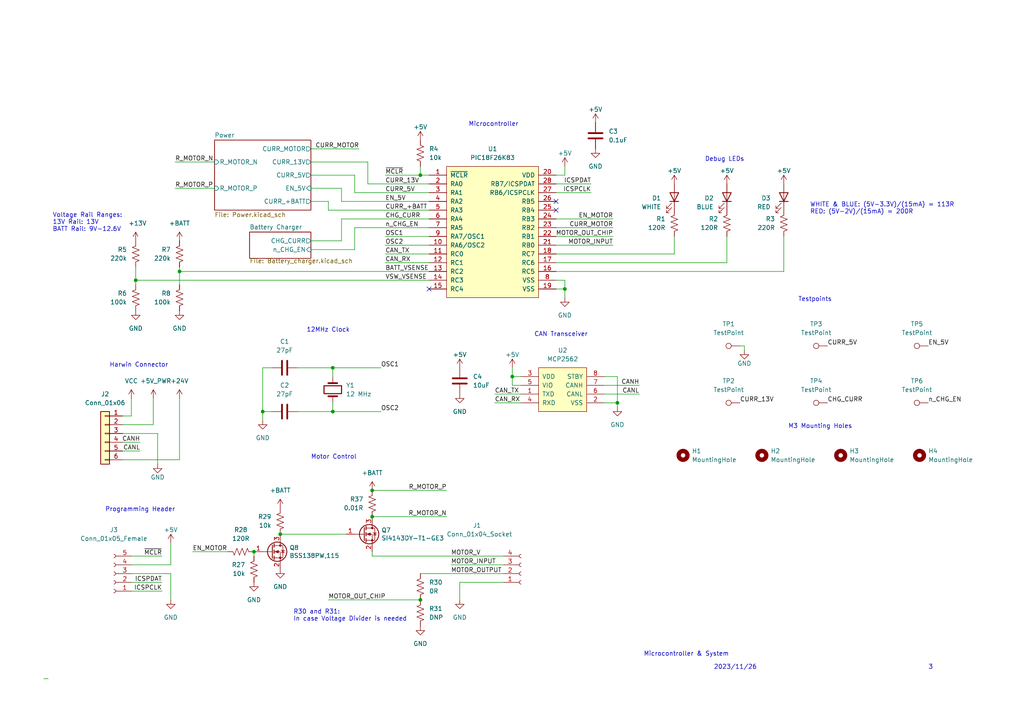
<source format=kicad_sch>
(kicad_sch (version 20230121) (generator eeschema)
  (paper "A4")
  (lib_symbols
    (symbol "+13V_1" (power) (in_bom no) (on_board no)
      (property "Value" "+13V_1" (at 0 3.81 0))
      (symbol "+13V_1_1_1"
        (polyline (pts (xy -0.635 1.27) (xy 0 2.54)))
        (polyline (pts (xy 0 0) (xy 0 2.54)))
        (polyline (pts (xy 0 2.54) (xy 0.762 1.27)))
        (pin power_in line (at 0 0 90) (length 2.54) hide (name "+13V") (number "1"))
      )
    )
    (symbol "Connector:Conn_01x04_Socket" (pin_names (offset 1.016) hide)
      (property "Reference" "J" (at 0 5.08 0))
      (property "Value" "Conn_01x04_Socket" (at 0 -7.62 0))
      (symbol "Conn_01x04_Socket_1_1"
        (arc (start 0 -4.572) (mid -0.5058 -5.08) (end 0 -5.588) (stroke (width 0.1524)))
        (arc (start 0 -2.032) (mid -0.5058 -2.54) (end 0 -3.048) (stroke (width 0.1524)))
        (polyline (pts (xy -1.27 -5.08) (xy -0.508 -5.08)) (stroke (width 0.1524)))
        (polyline (pts (xy -1.27 -2.54) (xy -0.508 -2.54)) (stroke (width 0.1524)))
        (polyline (pts (xy -1.27 0) (xy -0.508 0)) (stroke (width 0.1524)))
        (polyline (pts (xy -1.27 2.54) (xy -0.508 2.54)) (stroke (width 0.1524)))
        (arc (start 0 0.508) (mid -0.5058 0) (end 0 -0.508) (stroke (width 0.1524)))
        (arc (start 0 3.048) (mid -0.5058 2.54) (end 0 2.032) (stroke (width 0.1524)))
        (pin passive line (at -5.08 2.54 0) (length 3.81) (name "Pin_1") (number "1"))
        (pin passive line (at -5.08 0 0) (length 3.81) (name "Pin_2") (number "2"))
        (pin passive line (at -5.08 -2.54 0) (length 3.81) (name "Pin_3") (number "3"))
        (pin passive line (at -5.08 -5.08 0) (length 3.81) (name "Pin_4") (number "4"))
      )
    )
    (symbol "Connector:Conn_01x05_Female" (pin_names (offset 1.016) hide)
      (property "Reference" "J" (at 0 7.62 0))
      (property "Value" "Conn_01x05_Female" (at 0 -7.62 0))
      (symbol "Conn_01x05_Female_1_1"
        (arc (start 0 -4.572) (mid -0.5058 -5.08) (end 0 -5.588) (stroke (width 0.1524)))
        (arc (start 0 -2.032) (mid -0.5058 -2.54) (end 0 -3.048) (stroke (width 0.1524)))
        (polyline (pts (xy -1.27 -5.08) (xy -0.508 -5.08)) (stroke (width 0.1524)))
        (polyline (pts (xy -1.27 -2.54) (xy -0.508 -2.54)) (stroke (width 0.1524)))
        (polyline (pts (xy -1.27 0) (xy -0.508 0)) (stroke (width 0.1524)))
        (polyline (pts (xy -1.27 2.54) (xy -0.508 2.54)) (stroke (width 0.1524)))
        (polyline (pts (xy -1.27 5.08) (xy -0.508 5.08)) (stroke (width 0.1524)))
        (arc (start 0 0.508) (mid -0.5058 0) (end 0 -0.508) (stroke (width 0.1524)))
        (arc (start 0 3.048) (mid -0.5058 2.54) (end 0 2.032) (stroke (width 0.1524)))
        (arc (start 0 5.588) (mid -0.5058 5.08) (end 0 4.572) (stroke (width 0.1524)))
        (pin passive line (at -5.08 5.08 0) (length 3.81) (name "Pin_1") (number "1"))
        (pin passive line (at -5.08 2.54 0) (length 3.81) (name "Pin_2") (number "2"))
        (pin passive line (at -5.08 0 0) (length 3.81) (name "Pin_3") (number "3"))
        (pin passive line (at -5.08 -2.54 0) (length 3.81) (name "Pin_4") (number "4"))
        (pin passive line (at -5.08 -5.08 0) (length 3.81) (name "Pin_5") (number "5"))
      )
    )
    (symbol "Connector:TestPoint" (pin_numbers hide) (pin_names (offset 0.762) hide)
      (property "Reference" "TP" (at 0 6.858 0))
      (property "Value" "TestPoint" (at 0 5.08 0))
      (symbol "TestPoint_0_1"
        (circle (center 0 3.302) (radius 0.762))
      )
      (symbol "TestPoint_1_1"
        (pin passive line (at 0 0 90) (length 2.54) (name "1") (number "1"))
      )
    )
    (symbol "Connector_Generic:Conn_01x06" (pin_names (offset 1.016) hide)
      (property "Reference" "J" (at 0 7.62 0))
      (property "Value" "Conn_01x06" (at 0 -10.16 0))
      (symbol "Conn_01x06_1_1"
        (rectangle (start -1.27 -7.493) (end 0 -7.747) (stroke (width 0.1524)))
        (rectangle (start -1.27 -4.953) (end 0 -5.207) (stroke (width 0.1524)))
        (rectangle (start -1.27 -2.413) (end 0 -2.667) (stroke (width 0.1524)))
        (rectangle (start -1.27 0.127) (end 0 -0.127) (stroke (width 0.1524)))
        (rectangle (start -1.27 2.667) (end 0 2.413) (stroke (width 0.1524)))
        (rectangle (start -1.27 5.207) (end 0 4.953) (stroke (width 0.1524)))
        (rectangle (start -1.27 6.35) (end 1.27 -8.89) (stroke (width 0.254)) (fill (type background)))
        (pin passive line (at -5.08 5.08 0) (length 3.81) (name "Pin_1") (number "1"))
        (pin passive line (at -5.08 2.54 0) (length 3.81) (name "Pin_2") (number "2"))
        (pin passive line (at -5.08 0 0) (length 3.81) (name "Pin_3") (number "3"))
        (pin passive line (at -5.08 -2.54 0) (length 3.81) (name "Pin_4") (number "4"))
        (pin passive line (at -5.08 -5.08 0) (length 3.81) (name "Pin_5") (number "5"))
        (pin passive line (at -5.08 -7.62 0) (length 3.81) (name "Pin_6") (number "6"))
      )
    )
    (symbol "Device:C" (pin_numbers hide) (pin_names (offset 0.254))
      (property "Reference" "C" (at 0.635 2.54 0))
      (property "Value" "C" (at 0.635 -2.54 0))
      (symbol "C_0_1"
        (polyline (pts (xy -2.032 -0.762) (xy 2.032 -0.762)) (stroke (width 0.508)))
        (polyline (pts (xy -2.032 0.762) (xy 2.032 0.762)) (stroke (width 0.508)))
      )
      (symbol "C_1_1"
        (pin passive line (at 0 3.81 270) (length 2.794) (name "~") (number "1"))
        (pin passive line (at 0 -3.81 90) (length 2.794) (name "~") (number "2"))
      )
    )
    (symbol "Device:Crystal" (pin_numbers hide) (pin_names (offset 1.016) hide)
      (property "Reference" "Y" (at 0 3.81 0))
      (property "Value" "Crystal" (at 0 -3.81 0))
      (symbol "Crystal_0_1"
        (rectangle (start -1.143 2.54) (end 1.143 -2.54) (stroke (width 0.3048)))
        (polyline (pts (xy -2.54 0) (xy -1.905 0)))
        (polyline (pts (xy -1.905 -1.27) (xy -1.905 1.27)) (stroke (width 0.508)))
        (polyline (pts (xy 1.905 -1.27) (xy 1.905 1.27)) (stroke (width 0.508)))
        (polyline (pts (xy 2.54 0) (xy 1.905 0)))
      )
      (symbol "Crystal_1_1"
        (pin passive line (at -3.81 0 0) (length 1.27) (name "1") (number "1"))
        (pin passive line (at 3.81 0 180) (length 1.27) (name "2") (number "2"))
      )
    )
    (symbol "Device:LED" (pin_numbers hide) (pin_names (offset 1.016) hide)
      (property "Reference" "D" (at 0 2.54 0))
      (property "Value" "LED" (at 0 -2.54 0))
      (symbol "LED_0_1"
        (polyline (pts (xy -1.27 -1.27) (xy -1.27 1.27)) (stroke (width 0.254)))
        (polyline (pts (xy -1.27 0) (xy 1.27 0)))
        (polyline (pts (xy 1.27 -1.27) (xy 1.27 1.27) (xy -1.27 0) (xy 1.27 -1.27)) (stroke (width 0.254)))
        (polyline (pts (xy -3.048 -0.762) (xy -4.572 -2.286) (xy -3.81 -2.286) (xy -4.572 -2.286) (xy -4.572 -1.524)))
        (polyline (pts (xy -1.778 -0.762) (xy -3.302 -2.286) (xy -2.54 -2.286) (xy -3.302 -2.286) (xy -3.302 -1.524)))
      )
      (symbol "LED_1_1"
        (pin passive line (at -3.81 0 0) (length 2.54) (name "K") (number "1"))
        (pin passive line (at 3.81 0 180) (length 2.54) (name "A") (number "2"))
      )
    )
    (symbol "Device:R_US" (pin_numbers hide) (pin_names (offset 0))
      (property "Reference" "R" (at 2.54 0 90))
      (property "Value" "R_US" (at -2.54 0 90))
      (symbol "R_US_0_1"
        (polyline (pts (xy 0 -2.286) (xy 0 -2.54)))
        (polyline (pts (xy 0 2.286) (xy 0 2.54)))
        (polyline (pts (xy 0 -0.762) (xy 1.016 -1.143) (xy 0 -1.524) (xy -1.016 -1.905) (xy 0 -2.286)))
        (polyline (pts (xy 0 0.762) (xy 1.016 0.381) (xy 0 0) (xy -1.016 -0.381) (xy 0 -0.762)))
        (polyline (pts (xy 0 2.286) (xy 1.016 1.905) (xy 0 1.524) (xy -1.016 1.143) (xy 0 0.762)))
      )
      (symbol "R_US_1_1"
        (pin passive line (at 0 3.81 270) (length 1.27) (name "~") (number "1"))
        (pin passive line (at 0 -3.81 90) (length 1.27) (name "~") (number "2"))
      )
    )
    (symbol "Mechanical:MountingHole" (pin_names (offset 1.016))
      (property "Reference" "H" (at 0 5.08 0))
      (property "Value" "MountingHole" (at 0 3.175 0))
      (symbol "MountingHole_0_1"
        (circle (center 0 0) (radius 1.27) (stroke (width 1.27)))
      )
    )
    (symbol "Transistor_FET:BSS138" (pin_names hide)
      (property "Reference" "Q" (at 5.08 1.905 0))
      (property "Value" "BSS138" (at 5.08 0 0))
      (symbol "BSS138_0_1"
        (polyline (pts (xy 0.254 0) (xy -2.54 0)))
        (polyline (pts (xy 0.254 1.905) (xy 0.254 -1.905)) (stroke (width 0.254)))
        (polyline (pts (xy 0.762 -1.27) (xy 0.762 -2.286)) (stroke (width 0.254)))
        (polyline (pts (xy 0.762 0.508) (xy 0.762 -0.508)) (stroke (width 0.254)))
        (polyline (pts (xy 0.762 2.286) (xy 0.762 1.27)) (stroke (width 0.254)))
        (polyline (pts (xy 2.54 2.54) (xy 2.54 1.778)))
        (polyline (pts (xy 2.54 -2.54) (xy 2.54 0) (xy 0.762 0)))
        (polyline (pts (xy 0.762 -1.778) (xy 3.302 -1.778) (xy 3.302 1.778) (xy 0.762 1.778)))
        (polyline (pts (xy 1.016 0) (xy 2.032 0.381) (xy 2.032 -0.381) (xy 1.016 0)) (fill (type outline)))
        (polyline (pts (xy 2.794 0.508) (xy 2.921 0.381) (xy 3.683 0.381) (xy 3.81 0.254)))
        (polyline (pts (xy 3.302 0.381) (xy 2.921 -0.254) (xy 3.683 -0.254) (xy 3.302 0.381)))
        (circle (center 1.651 0) (radius 2.794) (stroke (width 0.254)))
        (circle (center 2.54 -1.778) (radius 0.254) (fill (type outline)))
        (circle (center 2.54 1.778) (radius 0.254) (fill (type outline)))
      )
      (symbol "BSS138_1_1"
        (pin input line (at -5.08 0 0) (length 2.54) (name "G") (number "1"))
        (pin passive line (at 2.54 -5.08 90) (length 2.54) (name "S") (number "2"))
        (pin passive line (at 2.54 5.08 270) (length 2.54) (name "D") (number "3"))
      )
    )
    (symbol "canhw:MCP2562" (pin_names (offset 1.016))
      (property "Reference" "U" (at 5.08 3.81 0))
      (property "Value" "MCP2562" (at -3.81 3.81 0))
      (symbol "MCP2562_0_1"
        (rectangle (start -7.62 2.54) (end 6.35 -10.16) (fill (type background)))
      )
      (symbol "MCP2562_1_1"
        (pin bidirectional line (at -12.7 -5.08 0) (length 5.08) (name "TXD") (number "1"))
        (pin power_in line (at 11.43 -7.62 180) (length 5.08) (name "VSS") (number "2"))
        (pin power_in line (at -12.7 0 0) (length 5.08) (name "VDD") (number "3"))
        (pin bidirectional line (at -12.7 -7.62 0) (length 5.08) (name "RXD") (number "4"))
        (pin bidirectional line (at -12.7 -2.54 0) (length 5.08) (name "VIO") (number "5"))
        (pin bidirectional line (at 11.43 -5.08 180) (length 5.08) (name "CANL") (number "6"))
        (pin bidirectional line (at 11.43 -2.54 180) (length 5.08) (name "CANH") (number "7"))
        (pin bidirectional line (at 11.43 0 180) (length 5.08) (name "STBY") (number "8"))
      )
    )
    (symbol "canhw:PIC18F26K83" (pin_names (offset 1.016))
      (property "Reference" "U" (at 11.43 20.32 0))
      (property "Value" "PIC18F26K83" (at -7.62 20.32 0))
      (symbol "PIC18F26K83_0_1"
        (rectangle (start -13.97 19.05) (end 12.7 -19.05) (fill (type background)))
      )
      (symbol "PIC18F26K83_1_1"
        (pin input line (at -19.05 16.51 0) (length 5.08) (name "~{MCLR}") (number "1"))
        (pin bidirectional line (at -19.05 -3.81 0) (length 5.08) (name "RA6/OSC2") (number "10"))
        (pin bidirectional line (at -19.05 -6.35 0) (length 5.08) (name "RC0") (number "11"))
        (pin bidirectional line (at -19.05 -8.89 0) (length 5.08) (name "RC1") (number "12"))
        (pin bidirectional line (at -19.05 -11.43 0) (length 5.08) (name "RC2") (number "13"))
        (pin bidirectional line (at -19.05 -13.97 0) (length 5.08) (name "RC3") (number "14"))
        (pin bidirectional line (at -19.05 -16.51 0) (length 5.08) (name "RC4") (number "15"))
        (pin bidirectional line (at 17.78 -11.43 180) (length 5.08) (name "RC5") (number "16"))
        (pin bidirectional line (at 17.78 -8.89 180) (length 5.08) (name "RC6") (number "17"))
        (pin bidirectional line (at 17.78 -6.35 180) (length 5.08) (name "RC7") (number "18"))
        (pin power_in line (at 17.78 -16.51 180) (length 5.08) (name "VSS") (number "19"))
        (pin bidirectional line (at -19.05 13.97 0) (length 5.08) (name "RA0") (number "2"))
        (pin power_in line (at 17.78 16.51 180) (length 5.08) (name "VDD") (number "20"))
        (pin bidirectional line (at 17.78 -3.81 180) (length 5.08) (name "RB0") (number "21"))
        (pin bidirectional line (at 17.78 -1.27 180) (length 5.08) (name "RB1") (number "22"))
        (pin bidirectional line (at 17.78 1.27 180) (length 5.08) (name "RB2") (number "23"))
        (pin bidirectional line (at 17.78 3.81 180) (length 5.08) (name "RB3") (number "24"))
        (pin bidirectional line (at 17.78 6.35 180) (length 5.08) (name "RB4") (number "25"))
        (pin bidirectional line (at 17.78 8.89 180) (length 5.08) (name "RB5") (number "26"))
        (pin bidirectional line (at 17.78 11.43 180) (length 5.08) (name "RB6/ICSPCLK") (number "27"))
        (pin bidirectional line (at 17.78 13.97 180) (length 5.08) (name "RB7/ICSPDAT") (number "28"))
        (pin bidirectional line (at -19.05 11.43 0) (length 5.08) (name "RA1") (number "3"))
        (pin bidirectional line (at -19.05 8.89 0) (length 5.08) (name "RA2") (number "4"))
        (pin bidirectional line (at -19.05 6.35 0) (length 5.08) (name "RA3") (number "5"))
        (pin bidirectional line (at -19.05 3.81 0) (length 5.08) (name "RA4") (number "6"))
        (pin bidirectional line (at -19.05 1.27 0) (length 5.08) (name "RA5") (number "7"))
        (pin power_in line (at 17.78 -13.97 180) (length 5.08) (name "VSS") (number "8"))
        (pin bidirectional line (at -19.05 -1.27 0) (length 5.08) (name "RA7/OSC1") (number "9"))
      )
    )
    (symbol "charging_on_the_pad:+5V_SW" (power) (in_bom no) (on_board no)
      (property "Value" "+5V_SW" (at 0 3.81 0))
      (symbol "+5V_SW_1_1"
        (polyline (pts (xy -0.635 1.27) (xy 0 2.54)))
        (polyline (pts (xy 0 0) (xy 0 2.54)))
        (polyline (pts (xy 0 2.54) (xy 0.762 1.27)))
        (pin power_in line (at 0 0 90) (length 2.54) hide (name "+5V_PWR") (number "1"))
      )
    )
    (symbol "power:+24V" (power) (pin_names (offset 0))
      (property "Value" "+24V" (at 0 3.556 0))
      (symbol "+24V_0_1"
        (polyline (pts (xy -0.762 1.27) (xy 0 2.54)))
        (polyline (pts (xy 0 0) (xy 0 2.54)))
        (polyline (pts (xy 0 2.54) (xy 0.762 1.27)))
      )
      (symbol "+24V_1_1"
        (pin power_in line (at 0 0 90) (length 0) hide (name "+24V") (number "1"))
      )
    )
    (symbol "power:+5V" (power) (pin_names (offset 0))
      (property "Value" "+5V" (at 0 3.556 0))
      (symbol "+5V_0_1"
        (polyline (pts (xy -0.762 1.27) (xy 0 2.54)))
        (polyline (pts (xy 0 0) (xy 0 2.54)))
        (polyline (pts (xy 0 2.54) (xy 0.762 1.27)))
      )
      (symbol "+5V_1_1"
        (pin power_in line (at 0 0 90) (length 0) hide (name "+5V") (number "1"))
      )
    )
    (symbol "power:+BATT" (power) (pin_names (offset 0))
      (property "Value" "+BATT" (at 0 3.556 0))
      (symbol "+BATT_0_1"
        (polyline (pts (xy -0.762 1.27) (xy 0 2.54)))
        (polyline (pts (xy 0 0) (xy 0 2.54)))
        (polyline (pts (xy 0 2.54) (xy 0.762 1.27)))
      )
      (symbol "+BATT_1_1"
        (pin power_in line (at 0 0 90) (length 0) hide (name "+BATT") (number "1"))
      )
    )
    (symbol "power:GND" (power) (pin_names (offset 0))
      (property "Value" "GND" (at 0 -3.81 0))
      (symbol "GND_0_1"
        (polyline (pts (xy 0 0) (xy 0 -1.27) (xy 1.27 -1.27) (xy 0 -2.54) (xy -1.27 -1.27) (xy 0 -1.27)))
      )
      (symbol "GND_1_1"
        (pin power_in line (at 0 0 270) (length 0) hide (name "GND") (number "1"))
      )
    )
    (symbol "power:VCC" (power) (pin_names (offset 0))
      (property "Value" "VCC" (at 0 3.81 0))
      (symbol "VCC_0_1"
        (polyline (pts (xy -0.762 1.27) (xy 0 2.54)))
        (polyline (pts (xy 0 0) (xy 0 2.54)))
        (polyline (pts (xy 0 2.54) (xy 0.762 1.27)))
      )
      (symbol "VCC_1_1"
        (pin power_in line (at 0 0 90) (length 0) hide (name "VCC") (number "1"))
      )
    )
  )
  (junction (at 76.2 119.38))
  (junction (at 81.28 154.94))
  (junction (at 96.52 106.68))
  (junction (at 96.52 119.38))
  (junction (at 73.66 160.02))
  (junction (at 52.07 78.74))
  (junction (at 107.95 149.86))
  (junction (at 121.92 173.99))
  (junction (at 179.07 116.84))
  (junction (at 148.59 109.22))
  (junction (at 163.83 83.82))
  (junction (at 39.37 81.28))
  (junction (at 107.95 142.24))
  (junction (at 121.92 50.8))
  (no_connect (at 161.29 58.42))
  (no_connect (at 161.29 60.96))
  (no_connect (at 124.46 83.82))
  (wire (pts (xy 102.87 66.04) (xy 102.87 72.39)))
  (wire (pts (xy 146.05 161.29) (xy 107.95 161.29)))
  (wire (pts (xy 148.59 106.68) (xy 148.59 109.22)))
  (wire (pts (xy 111.76 73.66) (xy 124.46 73.66)))
  (wire (pts (xy 95.25 58.42) (xy 95.25 60.96)))
  (wire (pts (xy 161.29 63.5) (xy 177.8 63.5)))
  (wire (pts (xy 76.2 106.68) (xy 76.2 119.38)))
  (wire (pts (xy 175.26 114.3) (xy 185.42 114.3)))
  (wire (pts (xy 35.56 120.65) (xy 38.1 120.65)))
  (wire (pts (xy 124.46 55.88) (xy 102.87 55.88)))
  (wire (pts (xy 124.46 58.42) (xy 99.06 58.42)))
  (wire (pts (xy 129.54 142.24) (xy 107.95 142.24)))
  (wire (pts (xy 76.2 119.38) (xy 76.2 121.92)))
  (wire (pts (xy 73.66 161.29) (xy 73.66 160.02)))
  (wire (pts (xy 146.05 168.91) (xy 133.35 168.91)))
  (wire (pts (xy 214.63 100.33) (xy 215.9 100.33)))
  (wire (pts (xy 195.58 68.58) (xy 195.58 73.66)))
  (wire (pts (xy 49.53 157.48) (xy 49.53 163.83)))
  (wire (pts (xy 39.37 81.28) (xy 124.46 81.28)))
  (wire (pts (xy 52.07 82.55) (xy 52.07 78.74)))
  (wire (pts (xy 111.76 76.2) (xy 124.46 76.2)))
  (wire (pts (xy 161.29 55.88) (xy 171.45 55.88)))
  (wire (pts (xy 121.92 50.8) (xy 124.46 50.8)))
  (wire (pts (xy 96.52 106.68) (xy 86.36 106.68)))
  (wire (pts (xy 179.07 116.84) (xy 179.07 118.11)))
  (wire (pts (xy 39.37 81.28) (xy 39.37 77.47)))
  (wire (pts (xy 148.59 111.76) (xy 148.59 109.22)))
  (wire (pts (xy 161.29 81.28) (xy 163.83 81.28)))
  (wire (pts (xy 210.82 76.2) (xy 210.82 68.58)))
  (wire (pts (xy 146.05 163.83) (xy 130.81 163.83)))
  (wire (pts (xy 38.1 168.91) (xy 46.99 168.91)))
  (wire (pts (xy 161.29 68.58) (xy 177.8 68.58)))
  (wire (pts (xy 121.92 48.26) (xy 121.92 50.8)))
  (wire (pts (xy 111.76 68.58) (xy 124.46 68.58)))
  (wire (pts (xy 50.8 54.61) (xy 62.23 54.61)))
  (wire (pts (xy 143.51 114.3) (xy 151.13 114.3)))
  (wire (pts (xy 35.56 125.73) (xy 45.72 125.73)))
  (wire (pts (xy 50.8 46.99) (xy 62.23 46.99)))
  (wire (pts (xy 12.7 196.85) (xy 13.97 196.85)))
  (wire (pts (xy 111.76 71.12) (xy 124.46 71.12)))
  (wire (pts (xy 163.83 50.8) (xy 163.83 48.26)))
  (wire (pts (xy 40.64 130.81) (xy 35.56 130.81)))
  (wire (pts (xy 99.06 63.5) (xy 124.46 63.5)))
  (wire (pts (xy 38.1 161.29) (xy 46.99 161.29)))
  (wire (pts (xy 100.33 154.94) (xy 81.28 154.94)))
  (wire (pts (xy 143.51 116.84) (xy 151.13 116.84)))
  (wire (pts (xy 96.52 116.84) (xy 96.52 119.38)))
  (wire (pts (xy 146.05 166.37) (xy 121.92 166.37)))
  (wire (pts (xy 102.87 66.04) (xy 124.46 66.04)))
  (wire (pts (xy 90.17 72.39) (xy 102.87 72.39)))
  (wire (pts (xy 175.26 109.22) (xy 179.07 109.22)))
  (wire (pts (xy 90.17 46.99) (xy 106.68 46.99)))
  (wire (pts (xy 175.26 111.76) (xy 185.42 111.76)))
  (wire (pts (xy 133.35 168.91) (xy 133.35 173.99)))
  (wire (pts (xy 124.46 53.34) (xy 106.68 53.34)))
  (wire (pts (xy 121.92 173.99) (xy 95.25 173.99)))
  (wire (pts (xy 175.26 116.84) (xy 179.07 116.84)))
  (wire (pts (xy 40.64 128.27) (xy 35.56 128.27)))
  (wire (pts (xy 90.17 43.18) (xy 104.14 43.18)))
  (wire (pts (xy 39.37 82.55) (xy 39.37 81.28)))
  (wire (pts (xy 106.68 46.99) (xy 106.68 53.34)))
  (wire (pts (xy 99.06 63.5) (xy 99.06 69.85)))
  (wire (pts (xy 163.83 81.28) (xy 163.83 83.82)))
  (wire (pts (xy 102.87 55.88) (xy 102.87 50.8)))
  (wire (pts (xy 35.56 123.19) (xy 44.45 123.19)))
  (wire (pts (xy 95.25 60.96) (xy 124.46 60.96)))
  (wire (pts (xy 129.54 149.86) (xy 107.95 149.86)))
  (wire (pts (xy 52.07 78.74) (xy 52.07 77.47)))
  (wire (pts (xy 90.17 58.42) (xy 95.25 58.42)))
  (wire (pts (xy 151.13 111.76) (xy 148.59 111.76)))
  (wire (pts (xy 38.1 163.83) (xy 49.53 163.83)))
  (wire (pts (xy 161.29 76.2) (xy 210.82 76.2)))
  (wire (pts (xy 52.07 115.57) (xy 52.07 133.35)))
  (wire (pts (xy 227.33 78.74) (xy 227.33 68.58)))
  (wire (pts (xy 90.17 54.61) (xy 99.06 54.61)))
  (wire (pts (xy 215.9 100.33) (xy 215.9 101.6)))
  (wire (pts (xy 38.1 171.45) (xy 46.99 171.45)))
  (wire (pts (xy 96.52 119.38) (xy 86.36 119.38)))
  (wire (pts (xy 148.59 109.22) (xy 151.13 109.22)))
  (wire (pts (xy 38.1 166.37) (xy 49.53 166.37)))
  (wire (pts (xy 161.29 50.8) (xy 163.83 50.8)))
  (wire (pts (xy 38.1 120.65) (xy 38.1 115.57)))
  (wire (pts (xy 107.95 160.02) (xy 107.95 161.29)))
  (wire (pts (xy 163.83 83.82) (xy 163.83 86.36)))
  (wire (pts (xy 161.29 73.66) (xy 195.58 73.66)))
  (wire (pts (xy 45.72 134.62) (xy 45.72 125.73)))
  (wire (pts (xy 90.17 69.85) (xy 99.06 69.85)))
  (wire (pts (xy 96.52 109.22) (xy 96.52 106.68)))
  (wire (pts (xy 49.53 173.99) (xy 49.53 166.37)))
  (wire (pts (xy 179.07 109.22) (xy 179.07 116.84)))
  (wire (pts (xy 161.29 71.12) (xy 177.8 71.12)))
  (wire (pts (xy 99.06 54.61) (xy 99.06 58.42)))
  (wire (pts (xy 35.56 133.35) (xy 52.07 133.35)))
  (wire (pts (xy 161.29 66.04) (xy 177.8 66.04)))
  (wire (pts (xy 52.07 78.74) (xy 124.46 78.74)))
  (wire (pts (xy 76.2 119.38) (xy 78.74 119.38)))
  (wire (pts (xy 96.52 119.38) (xy 110.49 119.38)))
  (wire (pts (xy 78.74 106.68) (xy 76.2 106.68)))
  (wire (pts (xy 161.29 53.34) (xy 171.45 53.34)))
  (wire (pts (xy 161.29 78.74) (xy 227.33 78.74)))
  (wire (pts (xy 96.52 106.68) (xy 110.49 106.68)))
  (wire (pts (xy 44.45 123.19) (xy 44.45 115.57)))
  (wire (pts (xy 66.04 160.02) (xy 55.88 160.02)))
  (wire (pts (xy 111.76 50.8) (xy 121.92 50.8)))
  (wire (pts (xy 90.17 50.8) (xy 102.87 50.8)))
  (wire (pts (xy 161.29 83.82) (xy 163.83 83.82)))
  (text "3" (at 269.24 194.31 0) (effects (font (size 1.27 1.27)) (justify left bottom)))
  (text "2023/11/26\n" (at 207.01 194.31 0) (effects (font (size 1.27 1.27)) (justify left bottom)))
  (text "Motor Control\n" (at 90.17 133.35 0) (effects (font (size 1.27 1.27)) (justify left bottom)))
  (text "CAN Transceiver\n" (at 154.94 97.79 0) (effects (font (size 1.27 1.27)) (justify left bottom)))
  (text "Programming Header" (at 30.48 148.59 0) (effects (font (size 1.27 1.27)) (justify left bottom)))
  (text "WHITE & BLUE: (5V-3.3V)/(15mA) = 113R\nRED: (5V-2V)/(15mA) = 200R" (at 234.95 62.23 0) (effects (font (size 1.27 1.27)) (justify left bottom)))
  (text "Microcontroller & System" (at 186.69 190.5 0) (effects (font (size 1.27 1.27)) (justify left bottom)))
  (text "R30 and R31:\nIn case Voltage Divider is needed\n" (at 85.09 180.34 0) (effects (font (size 1.27 1.27)) (justify left bottom)))
  (text "12MHz Clock\n" (at 88.9 96.52 0) (effects (font (size 1.27 1.27)) (justify left bottom)))
  (text "Harwin Connector\n" (at 31.75 106.68 0) (effects (font (size 1.27 1.27)) (justify left bottom)))
  (text "Testpoints\n" (at 241.3 87.63 0) (effects (font (size 1.27 1.27)) (justify right bottom)))
  (text "Voltage Rail Ranges:\n13V Rail: 13V\nBATT Rail: 9V-12.6V" (at 15.24 67.31 0) (effects (font (size 1.27 1.27)) (justify left bottom)))
  (text "Debug LEDs" (at 215.9 46.99 0) (effects (font (size 1.27 1.27)) (justify right bottom)))
  (text "M3 Mounting Holes\n" (at 228.6 124.46 0) (effects (font (size 1.27 1.27)) (justify left bottom)))
  (text "Microcontroller" (at 135.89 36.83 0) (effects (font (size 1.27 1.27)) (justify left bottom)))
  (label "OSC1" (at 111.76 68.58 0))
  (label "R_MOTOR_N" (at 129.54 149.86 180))
  (label "CURR_13V" (at 111.76 53.34 0))
  (label "CURR_5V" (at 111.76 55.88 0))
  (label "OSC2" (at 110.49 119.38 0))
  (label "n_CHG_EN" (at 269.24 116.84 0))
  (label "ICSPCLK" (at 46.99 171.45 180))
  (label "MOTOR_OUT_CHIP" (at 95.25 173.99 0))
  (label "CANH" (at 40.64 128.27 180))
  (label "MOTOR_OUTPUT" (at 130.81 166.37 0))
  (label "ICSPCLK" (at 171.45 55.88 180))
  (label "CAN_RX" (at 111.76 76.2 0))
  (label "MOTOR_INPUT" (at 130.81 163.83 0))
  (label "EN_MOTOR" (at 55.88 160.02 0))
  (label "CURR_13V" (at 214.63 116.84 0))
  (label "VSW_VSENSE" (at 111.76 81.28 0))
  (label "OSC2" (at 111.76 71.12 0))
  (label "CHG_CURR" (at 240.03 116.84 0))
  (label "MOTOR_INPUT" (at 177.8 71.12 180))
  (label "CURR_MOTOR" (at 177.8 66.04 180))
  (label "BATT_VSENSE" (at 111.76 78.74 0))
  (label "~{MCLR}" (at 111.76 50.8 0))
  (label "CANL" (at 40.64 130.81 180))
  (label "CAN_TX" (at 143.51 114.3 0))
  (label "MOTOR_OUT_CHIP" (at 177.8 68.58 180))
  (label "CURR_MOTOR" (at 104.14 43.18 180))
  (label "R_MOTOR_P" (at 50.8 54.61 0))
  (label "ICSPDAT" (at 171.45 53.34 180))
  (label "CANH" (at 185.42 111.76 180))
  (label "n_CHG_EN" (at 111.76 66.04 0))
  (label "OSC1" (at 110.49 106.68 0))
  (label "CHG_CURR" (at 111.76 63.5 0))
  (label "~{MCLR}" (at 46.99 161.29 180))
  (label "CAN_RX" (at 143.51 116.84 0))
  (label "EN_5V" (at 269.24 100.33 0))
  (label "CAN_TX" (at 111.76 73.66 0))
  (label "CURR_+BATT" (at 111.76 60.96 0))
  (label "R_MOTOR_N" (at 50.8 46.99 0))
  (label "R_MOTOR_P" (at 129.54 142.24 180))
  (label "MOTOR_V" (at 130.81 161.29 0))
  (label "EN_MOTOR" (at 177.8 63.5 180))
  (label "EN_5V" (at 111.76 58.42 0))
  (label "CURR_5V" (at 240.03 100.33 0))
  (label "CANL" (at 185.42 114.3 180))
  (label "ICSPDAT" (at 46.99 168.91 180))
  (symbol (lib_id "power:+5V") (at 227.33 53.34 0) (mirror y) (unit 1)
    (property "Reference" "#PWR03" (effects hide))
    (property "Value" "+5V" (at 227.33 49.53 0))
  )
  (symbol (lib_id "power:GND") (at 133.35 173.99 0) (mirror y) (unit 1)
    (property "Reference" "#PWR08" (effects hide))
    (property "Value" "GND" (at 133.35 179.07 0))
  )
  (symbol (lib_id "power:+5V") (at 49.53 157.48 0) (unit 1)
    (property "Reference" "#PWR0112" (effects hide))
    (property "Value" "+5V" (at 49.53 153.67 0))
  )
  (symbol (lib_id "Connector:TestPoint") (at 269.24 116.84 90) (unit 1)
    (property "Reference" "TP6" (at 265.938 110.49 90))
    (property "Value" "TestPoint" (at 265.938 113.03 90))
    (property "Footprint" "TestPoint:TestPoint_Pad_D2.0mm" (effects hide))
  )
  (symbol (lib_id "Device:LED") (at 195.58 57.15 270) (mirror x) (unit 1)
    (property "Reference" "D1" (at 191.77 57.4674 90) (effects (justify right)))
    (property "Value" "WHITE" (at 191.77 60.0074 90) (effects (justify right)))
    (property "Footprint" "LED_SMD:LED_1206_3216Metric_Pad1.42x1.75mm_HandSolder" (effects hide))
    (property "VF" "3.3" (effects hide))
  )
  (symbol (lib_id "power:+5V") (at 163.83 48.26 0) (unit 1)
    (property "Reference" "#PWR0117" (effects hide))
    (property "Value" "+5V" (at 163.83 44.45 0))
  )
  (symbol (lib_id "Transistor_FET:BSS138") (at 105.41 154.94 0) (unit 1)
    (property "Reference" "Q7" (at 110.617 153.7716 0) (effects (justify left)))
    (property "Value" "SI4143DY-T1-GE3" (at 110.617 156.083 0) (effects (justify left)))
    (property "Footprint" "Package_TO_SOT_SMD:SOT-23_Handsoldering" (effects hide))
    (property "Datasheet" "https://www.fairchildsemi.com/datasheets/BS/BSS138.pdf" (effects hide))
  )
  (symbol (lib_id "power:GND") (at 133.35 114.3 0) (unit 1)
    (property "Reference" "#PWR0103" (effects hide))
    (property "Value" "GND" (at 133.35 119.38 0))
  )
  (symbol (lib_id "power:+5V") (at 210.82 53.34 0) (mirror y) (unit 1)
    (property "Reference" "#PWR02" (effects hide))
    (property "Value" "+5V" (at 210.82 49.53 0))
  )
  (symbol (lib_id "Connector:Conn_01x05_Female") (at 33.02 166.37 180) (unit 1)
    (property "Reference" "J3" (at 33.02 153.67 0))
    (property "Value" "Conn_01x05_Female" (at 33.02 156.21 0))
    (property "Footprint" "canhw_footprints:PinHeader_5x2.54_SMD_90deg_952-3198-1-ND" (effects hide))
  )
  (symbol (lib_id "Device:R_US") (at 227.33 64.77 0) (mirror y) (unit 1)
    (property "Reference" "R3" (at 224.79 63.4999 0) (effects (justify left)))
    (property "Value" "220R" (at 224.79 66.0399 0) (effects (justify left)))
    (property "Footprint" "Resistor_SMD:R_0805_2012Metric_Pad1.20x1.40mm_HandSolder" (effects hide))
  )
  (symbol (lib_id "power:+5V") (at 148.59 106.68 0) (unit 1)
    (property "Reference" "#PWR0101" (effects hide))
    (property "Value" "+5V" (at 148.59 102.87 0))
  )
  (symbol (lib_id "Device:R_US") (at 81.28 151.13 0) (mirror y) (unit 1)
    (property "Reference" "R29" (at 78.74 149.8599 0) (effects (justify left)))
    (property "Value" "10k" (at 78.74 152.3999 0) (effects (justify left)))
    (property "Footprint" "Resistor_SMD:R_0805_2012Metric_Pad1.20x1.40mm_HandSolder" (effects hide))
  )
  (symbol (lib_id "power:GND") (at 49.53 173.99 0) (unit 1)
    (property "Reference" "#PWR0113" (effects hide))
    (property "Value" "GND" (at 49.53 179.07 0))
  )
  (symbol (lib_id "power:+BATT") (at 107.95 142.24 0) (unit 1)
    (property "Reference" "#PWR021" (effects hide))
    (property "Value" "+BATT" (at 107.95 137.16 0))
  )
  (symbol (lib_id "Mechanical:MountingHole") (at 243.84 132.08 0) (unit 1)
    (property "Reference" "H3" (at 246.38 130.8099 0) (effects (justify left)))
    (property "Value" "MountingHole" (at 246.38 133.3499 0) (effects (justify left)))
    (property "Footprint" "MountingHole:MountingHole_3.2mm_M3_Pad" (effects hide))
  )
  (symbol (lib_id "power:GND") (at 172.72 43.18 0) (unit 1)
    (property "Reference" "#PWR0118" (effects hide))
    (property "Value" "GND" (at 172.72 48.26 0))
  )
  (symbol (lib_id "power:GND") (at 39.37 90.17 0) (mirror y) (unit 1)
    (property "Reference" "#PWR0114" (effects hide))
    (property "Value" "GND" (at 39.37 95.25 0))
  )
  (symbol (lib_id "Device:R_US") (at 107.95 146.05 0) (mirror y) (unit 1)
    (property "Reference" "R37" (at 105.41 144.78 0) (effects (justify left)))
    (property "Value" "0.01R" (at 105.41 147.32 0) (effects (justify left)))
    (property "Footprint" "Resistor_SMD:R_0805_2012Metric_Pad1.20x1.40mm_HandSolder" (effects hide))
  )
  (symbol (lib_id "Device:C") (at 172.72 39.37 0) (unit 1)
    (property "Reference" "C3" (at 176.53 38.0999 0) (effects (justify left)))
    (property "Value" "0.1uF" (at 176.53 40.6399 0) (effects (justify left)))
    (property "Footprint" "Capacitor_SMD:C_0805_2012Metric_Pad1.18x1.45mm_HandSolder" (effects hide))
  )
  (symbol (lib_id "Connector:TestPoint") (at 214.63 116.84 90) (unit 1)
    (property "Reference" "TP2" (at 211.328 110.49 90))
    (property "Value" "TestPoint" (at 211.328 113.03 90))
    (property "Footprint" "TestPoint:TestPoint_Pad_D1.0mm" (effects hide))
  )
  (symbol (lib_id "Mechanical:MountingHole") (at 220.98 132.08 0) (unit 1)
    (property "Reference" "H2" (at 223.52 130.8099 0) (effects (justify left)))
    (property "Value" "MountingHole" (at 223.52 133.3499 0) (effects (justify left)))
    (property "Footprint" "MountingHole:MountingHole_3.2mm_M3_Pad" (effects hide))
  )
  (symbol (lib_id "Device:R_US") (at 52.07 86.36 0) (mirror y) (unit 1)
    (property "Reference" "R8" (at 49.53 85.0899 0) (effects (justify left)))
    (property "Value" "100k" (at 49.53 87.6299 0) (effects (justify left)))
    (property "Footprint" "Resistor_SMD:R_0805_2012Metric_Pad1.20x1.40mm_HandSolder" (effects hide))
  )
  (symbol (lib_id "Device:R_US") (at 73.66 165.1 0) (mirror y) (unit 1)
    (property "Reference" "R27" (at 71.12 163.8299 0) (effects (justify left)))
    (property "Value" "10k" (at 71.12 166.3699 0) (effects (justify left)))
    (property "Footprint" "Resistor_SMD:R_0805_2012Metric_Pad1.20x1.40mm_HandSolder" (effects hide))
  )
  (symbol (lib_id "Device:LED") (at 210.82 57.15 270) (mirror x) (unit 1)
    (property "Reference" "D2" (at 207.01 57.4674 90) (effects (justify right)))
    (property "Value" "BLUE" (at 207.01 60.0074 90) (effects (justify right)))
    (property "Footprint" "LED_SMD:LED_1206_3216Metric_Pad1.42x1.75mm_HandSolder" (effects hide))
    (property "VF" "3.3" (effects hide))
  )
  (symbol (lib_id "power:GND") (at 76.2 121.92 0) (unit 1)
    (property "Reference" "#PWR0111" (effects hide))
    (property "Value" "GND" (at 76.2 127 0))
  )
  (symbol (lib_id "Transistor_FET:BSS138") (at 78.74 160.02 0) (unit 1)
    (property "Reference" "Q8" (at 83.947 158.8516 0) (effects (justify left)))
    (property "Value" "BSS138PW,115" (at 83.947 161.163 0) (effects (justify left)))
    (property "Footprint" "Package_TO_SOT_SMD:SOT-23_Handsoldering" (effects hide))
    (property "Datasheet" "https://www.fairchildsemi.com/datasheets/BS/BSS138.pdf" (effects hide))
  )
  (symbol (lib_id "power:GND") (at 73.66 168.91 0) (mirror y) (unit 1)
    (property "Reference" "#PWR025" (effects hide))
    (property "Value" "GND" (at 73.66 173.99 0))
  )
  (symbol (lib_id "Device:R_US") (at 52.07 73.66 0) (mirror y) (unit 1)
    (property "Reference" "R7" (at 49.53 72.3899 0) (effects (justify left)))
    (property "Value" "220k" (at 49.53 74.9299 0) (effects (justify left)))
    (property "Footprint" "Resistor_SMD:R_0805_2012Metric_Pad1.20x1.40mm_HandSolder" (effects hide))
  )
  (symbol (lib_id "Device:R_US") (at 121.92 170.18 0) (mirror y) (unit 1)
    (property "Reference" "R30" (at 124.46 168.91 0) (effects (justify right)))
    (property "Value" "0R" (at 124.46 171.45 0) (effects (justify right)))
    (property "Footprint" "Resistor_SMD:R_0805_2012Metric_Pad1.20x1.40mm_HandSolder" (effects hide))
  )
  (symbol (lib_id "power:GND") (at 179.07 118.11 0) (unit 1)
    (property "Reference" "#PWR0104" (effects hide))
    (property "Value" "GND" (at 179.07 123.19 0))
  )
  (symbol (lib_id "power:+24V") (at 52.07 115.57 0) (unit 1)
    (property "Reference" "#PWR0105" (effects hide))
    (property "Value" "+24V" (at 52.07 110.49 0))
  )
  (symbol (lib_id "Connector_Generic:Conn_01x06") (at 30.48 125.73 0) (mirror y) (unit 1)
    (property "Reference" "J2" (at 30.48 114.3 0))
    (property "Value" "Conn_01x06" (at 30.48 116.84 0))
    (property "Footprint" "canhw_footprints:connector_Harwin_M80-5000642" (effects hide))
  )
  (symbol (lib_id "Mechanical:MountingHole") (at 198.12 132.08 0) (unit 1)
    (property "Reference" "H1" (at 200.66 130.8099 0) (effects (justify left)))
    (property "Value" "MountingHole" (at 200.66 133.3499 0) (effects (justify left)))
    (property "Footprint" "MountingHole:MountingHole_3.2mm_M3_Pad" (effects hide))
  )
  (symbol (lib_id "Device:R_US") (at 69.85 160.02 90) (mirror x) (unit 1)
    (property "Reference" "R28" (at 69.85 153.67 90))
    (property "Value" "120R" (at 69.85 156.21 90))
    (property "Footprint" "Resistor_SMD:R_0805_2012Metric_Pad1.20x1.40mm_HandSolder" (effects hide))
  )
  (symbol (lib_id "power:GND") (at 45.72 134.62 0) (unit 1)
    (property "Reference" "#PWR0108" (effects hide))
    (property "Value" "GND" (at 45.72 138.43 0))
  )
  (symbol (lib_id "power:+5V") (at 195.58 53.34 0) (mirror y) (unit 1)
    (property "Reference" "#PWR01" (effects hide))
    (property "Value" "+5V" (at 195.58 49.53 0))
  )
  (symbol (lib_id "power:VCC") (at 38.1 115.57 0) (unit 1)
    (property "Reference" "#PWR0123" (effects hide))
    (property "Value" "VCC" (at 38.1 110.49 0))
  )
  (symbol (lib_id "Connector:TestPoint") (at 269.24 100.33 90) (unit 1)
    (property "Reference" "TP5" (at 265.938 93.98 90))
    (property "Value" "TestPoint" (at 265.938 96.52 90))
    (property "Footprint" "TestPoint:TestPoint_Pad_D1.0mm" (effects hide))
  )
  (symbol (lib_id "Device:R_US") (at 121.92 44.45 0) (unit 1)
    (property "Reference" "R4" (at 124.46 43.1799 0) (effects (justify left)))
    (property "Value" "10k" (at 124.46 45.7199 0) (effects (justify left)))
    (property "Footprint" "Resistor_SMD:R_0805_2012Metric_Pad1.20x1.40mm_HandSolder" (effects hide))
  )
  (symbol (lib_id "Device:R_US") (at 39.37 86.36 0) (mirror y) (unit 1)
    (property "Reference" "R6" (at 36.83 85.0899 0) (effects (justify left)))
    (property "Value" "100k" (at 36.83 87.6299 0) (effects (justify left)))
    (property "Footprint" "Resistor_SMD:R_0805_2012Metric_Pad1.20x1.40mm_HandSolder" (effects hide))
  )
  (symbol (lib_id "power:+5V") (at 133.35 106.68 0) (unit 1)
    (property "Reference" "#PWR0102" (effects hide))
    (property "Value" "+5V" (at 133.35 102.87 0))
  )
  (symbol (lib_id "Connector:TestPoint") (at 240.03 116.84 90) (unit 1)
    (property "Reference" "TP4" (at 236.728 110.49 90))
    (property "Value" "TestPoint" (at 236.728 113.03 90))
    (property "Footprint" "TestPoint:TestPoint_Pad_D2.0mm" (effects hide))
  )
  (symbol (lib_id "power:+5V") (at 172.72 35.56 0) (unit 1)
    (property "Reference" "#PWR0116" (effects hide))
    (property "Value" "+5V" (at 172.72 31.75 0))
  )
  (symbol (lib_id "Device:R_US") (at 210.82 64.77 0) (mirror y) (unit 1)
    (property "Reference" "R2" (at 208.28 63.4999 0) (effects (justify left)))
    (property "Value" "120R" (at 208.28 66.0399 0) (effects (justify left)))
    (property "Footprint" "Resistor_SMD:R_0805_2012Metric_Pad1.20x1.40mm_HandSolder" (effects hide))
  )
  (symbol (lib_id "Device:R_US") (at 39.37 73.66 0) (mirror y) (unit 1)
    (property "Reference" "R5" (at 36.83 72.3899 0) (effects (justify left)))
    (property "Value" "220k" (at 36.83 74.9299 0) (effects (justify left)))
    (property "Footprint" "Resistor_SMD:R_0805_2012Metric_Pad1.20x1.40mm_HandSolder" (effects hide))
  )
  (symbol (lib_id "Device:C") (at 133.35 110.49 0) (unit 1)
    (property "Reference" "C4" (at 137.16 109.2199 0) (effects (justify left)))
    (property "Value" "10uF" (at 137.16 111.7599 0) (effects (justify left)))
    (property "Footprint" "Capacitor_SMD:C_0805_2012Metric_Pad1.18x1.45mm_HandSolder" (effects hide))
  )
  (symbol (lib_id "Connector:TestPoint") (at 214.63 100.33 90) (unit 1)
    (property "Reference" "TP1" (at 211.328 93.98 90))
    (property "Value" "TestPoint" (at 211.328 96.52 90))
    (property "Footprint" "Connector_PinSocket_2.00mm:PinSocket_1x01_P2.00mm_Vertical" (effects hide))
  )
  (symbol (lib_id "Mechanical:MountingHole") (at 266.7 132.08 0) (unit 1)
    (property "Reference" "H4" (at 269.24 130.8099 0) (effects (justify left)))
    (property "Value" "MountingHole" (at 269.24 133.3499 0) (effects (justify left)))
    (property "Footprint" "MountingHole:MountingHole_3.2mm_M3_Pad" (effects hide))
  )
  (symbol (lib_id "Device:Crystal") (at 96.52 113.03 90) (unit 1)
    (property "Reference" "Y1" (at 100.33 111.7599 90) (effects (justify right)))
    (property "Value" "12 MHz" (at 100.33 114.2999 90) (effects (justify right)))
    (property "Footprint" "Crystal:Crystal_HC49-4H_Vertical" (effects hide))
  )
  (symbol (lib_id "power:+BATT") (at 81.28 147.32 0) (unit 1)
    (property "Reference" "#PWR026" (effects hide))
    (property "Value" "+BATT" (at 81.28 142.24 0))
  )
  (symbol (lib_id "power:GND") (at 163.83 86.36 0) (unit 1)
    (property "Reference" "#PWR0122" (effects hide))
    (property "Value" "GND" (at 163.83 91.44 0))
  )
  (symbol (lib_id "Connector:Conn_01x04_Socket") (at 151.13 166.37 0) (mirror x) (unit 1)
    (property "Reference" "J1" (at 137.16 152.4 0) (effects (justify left)))
    (property "Value" "Conn_01x04_Socket" (at 129.54 154.94 0) (effects (justify left)))
  )
  (symbol (lib_id "Device:R_US") (at 195.58 64.77 0) (mirror y) (unit 1)
    (property "Reference" "R1" (at 193.04 63.4999 0) (effects (justify left)))
    (property "Value" "120R" (at 193.04 66.0399 0) (effects (justify left)))
    (property "Footprint" "Resistor_SMD:R_0805_2012Metric_Pad1.20x1.40mm_HandSolder" (effects hide))
  )
  (symbol (lib_id "Device:C") (at 82.55 106.68 270) (mirror x) (unit 1)
    (property "Reference" "C1" (at 82.55 99.06 90))
    (property "Value" "27pF" (at 82.55 101.6 90))
    (property "Footprint" "Capacitor_SMD:C_0805_2012Metric_Pad1.18x1.45mm_HandSolder" (effects hide))
  )
  (symbol (lib_id "canhw:PIC18F26K83") (at 143.51 67.31 0) (unit 1)
    (property "Reference" "U1" (at 142.875 43.18 0))
    (property "Value" "PIC18F26K83" (at 142.875 45.72 0))
    (property "Footprint" "Package_SO:SOIC-28W_7.5x18.7mm_P1.27mm" (effects hide))
    (property "Datasheet" "http://ww1.microchip.com/downloads/en/DeviceDoc/40001943A.pdf" (effects hide))
  )
  (symbol (lib_id "Device:R_US") (at 121.92 177.8 0) (mirror y) (unit 1)
    (property "Reference" "R31" (at 124.46 176.53 0) (effects (justify right)))
    (property "Value" "DNP" (at 124.46 179.07 0) (effects (justify right)))
    (property "Footprint" "Resistor_SMD:R_0805_2012Metric_Pad1.20x1.40mm_HandSolder" (effects hide))
  )
  (symbol (lib_id "charging_on_the_pad:+5V_SW") (at 44.45 115.57 0) (unit 1) (in_bom no) (on_board no)
    (property "Reference" "#PWR0107" (effects hide))
    (property "Value" "+5V_SW" (at 40.64 110.49 0) (effects (justify left)))
  )
  (symbol (lib_id "Device:C") (at 82.55 119.38 270) (mirror x) (unit 1)
    (property "Reference" "C2" (at 82.55 111.76 90))
    (property "Value" "27pF" (at 82.55 114.3 90))
    (property "Footprint" "Capacitor_SMD:C_0805_2012Metric_Pad1.18x1.45mm_HandSolder" (effects hide))
  )
  (symbol (lib_id "canhw:MCP2562") (at 163.83 109.22 0) (unit 1)
    (property "Reference" "U2" (at 163.195 101.6 0))
    (property "Value" "MCP2562" (at 163.195 104.14 0))
    (property "Footprint" "Package_SO:SOIC-8_3.9x4.9mm_P1.27mm" (effects hide))
    (property "Datasheet" "http://hades.mech.northwestern.edu/images/5/5e/MCP2562.pdf" (effects hide))
  )
  (symbol (lib_id "power:GND") (at 215.9 101.6 0) (unit 1)
    (property "Reference" "#PWR0119" (effects hide))
    (property "Value" "GND" (at 215.9 105.41 0))
  )
  (symbol (lib_id "power:GND") (at 52.07 90.17 0) (mirror y) (unit 1)
    (property "Reference" "#PWR0115" (effects hide))
    (property "Value" "GND" (at 52.07 95.25 0))
  )
  (symbol (lib_id "power:+BATT") (at 52.07 69.85 0) (mirror y) (unit 1)
    (property "Reference" "#PWR0110" (effects hide))
    (property "Value" "+BATT" (at 52.07 64.77 0))
  )
  (symbol (lib_id "power:GND") (at 121.92 181.61 0) (mirror y) (unit 1)
    (property "Reference" "#PWR027" (effects hide))
    (property "Value" "GND" (at 121.92 186.69 0))
  )
  (symbol (lib_id "power:+5V") (at 121.92 40.64 0) (unit 1)
    (property "Reference" "#PWR0121" (effects hide))
    (property "Value" "+5V" (at 121.92 36.83 0))
  )
  (symbol (lib_id "power:GND") (at 81.28 165.1 0) (mirror y) (unit 1)
    (property "Reference" "#PWR022" (effects hide))
    (property "Value" "GND" (at 81.28 170.18 0))
  )
  (symbol (lib_id "Connector:TestPoint") (at 240.03 100.33 90) (unit 1)
    (property "Reference" "TP3" (at 236.728 93.98 90))
    (property "Value" "TestPoint" (at 236.728 96.52 90))
    (property "Footprint" "TestPoint:TestPoint_Pad_D1.0mm" (effects hide))
  )
  (symbol (lib_id "Device:LED") (at 227.33 57.15 270) (mirror x) (unit 1)
    (property "Reference" "D3" (at 223.52 57.4674 90) (effects (justify right)))
    (property "Value" "RED" (at 223.52 60.0074 90) (effects (justify right)))
    (property "Footprint" "LED_SMD:LED_1206_3216Metric_Pad1.42x1.75mm_HandSolder" (effects hide))
    (property "VF" "2" (effects hide))
  )
  (symbol (lib_name "+13V_1") (lib_id "charging_on_the_pad:+13V") (at 39.37 69.85 0) (mirror y) (unit 1) (in_bom no) (on_board no)
    (property "Reference" "#U0102" (effects hide))
    (property "Value" "+13V" (at 42.545 64.77 0) (effects (justify left)))
  )
  (sheet (at 62.23 40.64) (size 27.94 20.32) (stroke (width 0.1524))
    (property "Sheetname" "Power" (at 62.23 39.9284 0) (effects (justify left bottom)))
    (property "Sheetfile" "Power.kicad_sch" (at 62.23 61.5446 0) (effects (justify left top)))
    (pin "CURR_5V" output (at 90.17 50.8 0))
    (pin "EN_5V" input (at 90.17 54.61 0))
    (pin "CURR_13V" output (at 90.17 46.99 0))
    (pin "CURR_+BATT" output (at 90.17 58.42 0))
    (pin "R_MOTOR_N" input (at 62.23 46.99 180))
    (pin "R_MOTOR_P" input (at 62.23 54.61 180))
    (pin "CURR_MOTOR" output (at 90.17 43.18 0))
  )
  (sheet (at 72.39 67.31) (size 17.78 7.62) (stroke (width 0.1524))
    (property "Sheetname" "Battery Charger" (at 72.39 66.5984 0) (effects (justify left bottom)))
    (property "Sheetfile" "Battery_charger.kicad_sch" (at 72.39 74.93 0) (effects (justify left top)))
    (pin "CHG_CURR" output (at 90.17 69.85 0))
    (pin "n_CHG_EN" input (at 90.17 72.39 0))
  )
)
</source>
